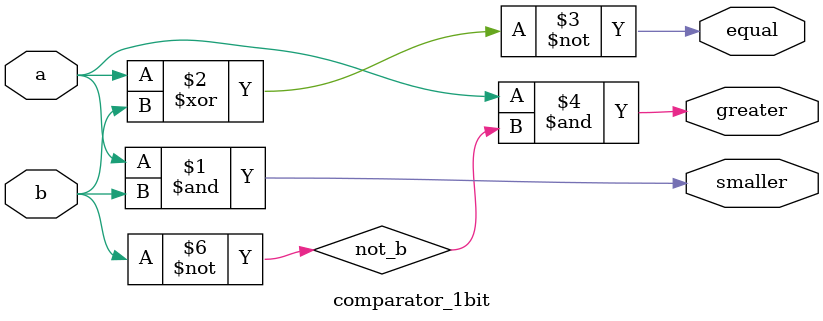
<source format=v>
module comparator_1bit (
    input a,
    input b,
    output smaller,
    output equal,
    output greater
);
    
    wire not_a;
    wire not_b;

    not not1 (not_a, a);
    not not2 (not_b, b);

    and and1 (smaller, a,b);
    xnor nxor1 (equal, a, b);
    and and2 (greater, a, not_b);

endmodule
</source>
